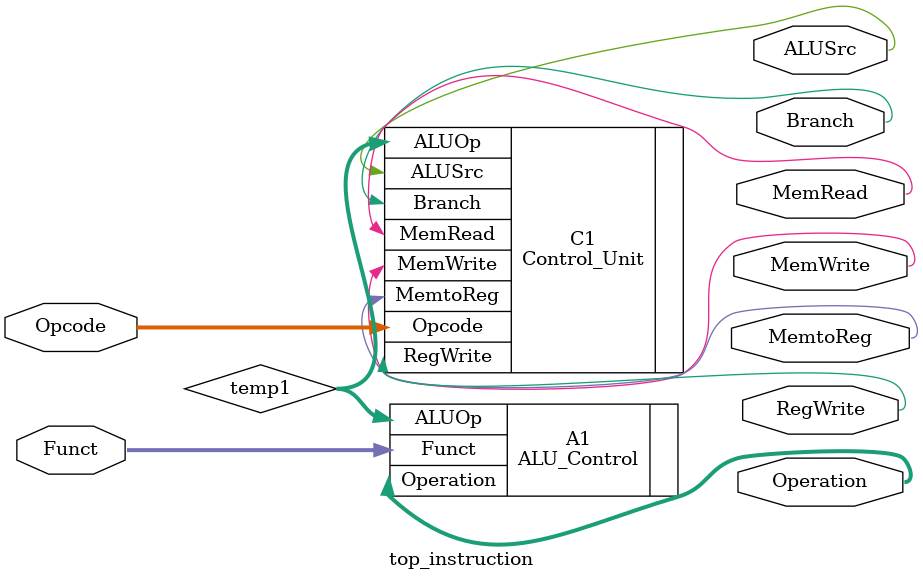
<source format=v>
module top_instruction
( 
	input [6:0] Opcode,
	input [3:0] Funct,
	output [3:0] Operation,
	output Branch,
	output MemRead,
	output MemtoReg,
	output MemWrite,
	output ALUSrc,
	output RegWrite
);

  wire [1:0] temp1;
	Control_Unit C1
	(
		.Opcode(Opcode),
		.Branch(Branch),
	  .MemRead(MemRead),
	  .MemtoReg(MemtoReg),
	  .ALUOp(temp1),
	  .MemWrite(MemWrite),
	  .ALUSrc(ALUSrc),
	  .RegWrite(RegWrite)
	);
	
	ALU_Control A1
	(
		.ALUOp(temp1),
		.Funct(Funct),
		.Operation(Operation)
	);
	
endmodule
  
</source>
